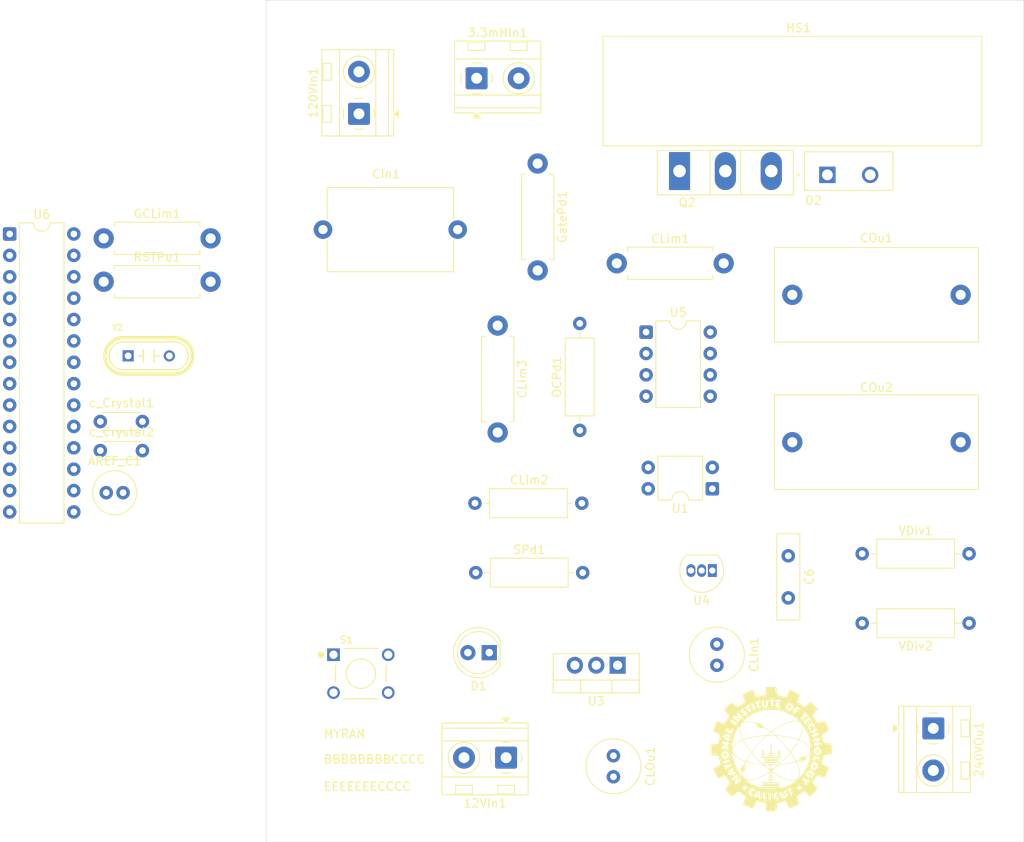
<source format=kicad_pcb>
(kicad_pcb (version 20241229) (generator "pcbnew") (generator_version "9.0")
  (layers (0 "F.Cu" signal) (2 "B.Cu" signal) (13 "F.Paste" user) (15 "B.Paste" user) (5 "F.SilkS" user "F.Silkscreen") (7 "B.SilkS" user "B.Silkscreen") (1 "F.Mask" user) (3 "B.Mask" user) (25 "Edge.Cuts" user))
  (net 0 "")
  (net 1 "Net-(U4-K)")
  (net 2 "Net-(D1-A)")
  (net 3 "Net-(D1-K)")
  (net 4 "Net-(U6-AREF)")
  (net 5 "Net-(U5-INPUT)")
  (net 6 "Net-(U6-PB1)")
  (net 7 "Net-(U6-PD6)")
  (net 8 "Net-(U6-PC6{slash}~{RESET})")
  (net 9 "Net-(U6-PB0)")
  (net 20 "Net-(Q2-G)")
  (net 21 "Net-(U4-REF)")
  (net 22 "Net-(U3-VO)")
  (net 23 "Net-(120VIn1-Pin_1)")
  (net 24 "Net-(3.3mHIn1-Pin_2)")
  (net 25 "Net-(12VIn1-Pin_1)")
  (net 26 "Net-(12VIn1-Pin_2)")
  (net 27 "Net-(120VIn1-Pin_2)")
  (net 28 "Net-(240VOu1-Pin_1)")
  (net 29 "Net-(CLim1-Pad1)")
  (net 30 "Net-(CLim2-Pad2)")
  (net 38 "Net-(U6-PB6{slash}XTAL1)")
  (net 39 "Net-(U6-PB7{slash}XTAL2)")
  (footprint "Library:Heatsink_45x15mm_2xFixation3mm" (layer "F.Cu") (at 103 58.797)
    (property "Reference" "HS1" (at 23.25 -14 0) (layer "F.SilkS"))
    (property "Value" "Heatsink_Pad")
    (pad "" np_thru_hole circle (at 5.5 -7) (size 3 3) (drill 3.0988) (layers "*.Cu" "*.Mask"))
    (pad "" np_thru_hole circle (at 39.5 -7) (size 3 3) (drill 3.0988) (layers "*.Cu" "*.Mask"))
  )
  (footprint "MUR860:TO508P1050X476X2020-2" (layer "F.Cu") (at 132.21 61.797)
    (property "Reference" "D2" (at -4.21 3.5 0) (layer "F.SilkS"))
    (property "Value" "MUR860")
    (pad "1" thru_hole rect (at -2.54 0.453) (size 1.94 1.94) (drill 1.29) (layers "*.Cu" "*.Mask") (net 28 "Net-(240VOu1-Pin_1)"))
    (pad "3" thru_hole circle (at 2.54 0.453) (size 1.94 1.94) (drill 1.29) (layers "*.Cu" "*.Mask") (net 24 "Net-(3.3mHIn1-Pin_2)"))
  )
  (footprint "Package_TO_SOT_THT:TO-220-3_Vertical" (layer "F.Cu") (at 104.75 120.5 180)
    (property "Reference" "U3" (at 2.54 -4.27 0) (layer "F.SilkS"))
    (property "Value" "LM7805_TO220")
    (pad "1" thru_hole rect (at 0 0 180) (size 1.905 2) (drill 1.1) (layers "*.Cu" "*.Mask") (net 25 "Net-(12VIn1-Pin_1)"))
    (pad "2" thru_hole oval (at 2.54 0 180) (size 1.905 2) (drill 1.1) (layers "*.Cu" "*.Mask") (net 26 "Net-(12VIn1-Pin_2)"))
    (pad "3" thru_hole oval (at 5.08 0 180) (size 1.905 2) (drill 1.1) (layers "*.Cu" "*.Mask") (net 22 "Net-(U3-VO)"))
  )
  (footprint "Capacitor_THT:C_Radial_D6.3mm_H5.0mm_P2.50mm" (layer "F.Cu") (at 116.54 118 -90)
    (property "Reference" "CLIn1" (at 1.25 -4.4 90) (layer "F.SilkS"))
    (property "Value" "10uF")
    (pad "1" thru_hole circle (at 0 0 270) (size 1.6 1.6) (drill 0.8) (layers "*.Cu" "*.Mask") (net 25 "Net-(12VIn1-Pin_1)"))
    (pad "2" thru_hole circle (at 2.5 0 270) (size 1.6 1.6) (drill 0.8) (layers "*.Cu" "*.Mask") (net 26 "Net-(12VIn1-Pin_2)"))
  )
  (footprint "Capacitor_THT:C_Disc_D4.3mm_W1.9mm_P5.00mm" (layer "F.Cu") (at 43.3 91.55)
    (property "Reference" "c_Crystal1" (at 2.5 -2.2 0) (layer "F.SilkS"))
    (property "Value" "C")
    (pad "1" thru_hole circle (at 0 0) (size 1.6 1.6) (drill 0.8) (layers "*.Cu" "*.Mask") (net 26 "Net-(12VIn1-Pin_2)"))
    (pad "2" thru_hole circle (at 5 0) (size 1.6 1.6) (drill 0.8) (layers "*.Cu" "*.Mask") (net 38 "Net-(U6-PB6{slash}XTAL1)"))
  )
  (footprint "Library:C_Rect_L15mm_W10mm_P16.00mm_MKT" (layer "F.Cu") (at 69.75 68.75)
    (property "Reference" "CIn1" (at 7.5 -6.6 0) (layer "F.SilkS"))
    (property "Value" "1.5uF")
    (pad "1" thru_hole circle (at 0 0) (size 2.2 2.2) (drill 1.1) (layers "*.Cu" "*.Mask") (net 23 "Net-(120VIn1-Pin_1)"))
    (pad "2" thru_hole circle (at 16 0) (size 2.2 2.2) (drill 1.1) (layers "*.Cu" "*.Mask") (net 27 "Net-(120VIn1-Pin_2)"))
  )
  (footprint "TerminalBlock_MetzConnect:TerminalBlock_MetzConnect_Type094_RT03502HBLU_1x02_P5.00mm_Horizontal" (layer "F.Cu") (at 88 50.7725)
    (property "Reference" "3.3mHIn1" (at 2.5 -5.42 0) (layer "F.SilkS"))
    (property "Value" "J2")
    (pad "1" thru_hole roundrect (at 0 0) (size 2.6 2.6) (drill 1.3) (layers "*.Cu" "*.Mask") (roundrect_rratio 0.096154) (net 23 "Net-(120VIn1-Pin_1)"))
    (pad "2" thru_hole circle (at 5 0) (size 2.6 2.6) (drill 1.3) (layers "*.Cu" "*.Mask") (net 24 "Net-(3.3mHIn1-Pin_2)"))
  )
  (footprint "Resistor_THT:R_Axial_DIN0411_L9.9mm_D3.6mm_P12.70mm_Horizontal" (layer "F.Cu") (at 90.5 80.15 -90)
    (property "Reference" "CLim3" (at 6.35 -2.92 90) (layer "F.SilkS"))
    (property "Value" "1K")
    (pad "1" thru_hole circle (at 0 0 270) (size 2.4 2.4) (drill 1.2) (layers "*.Cu" "*.Mask") (net 3 "Net-(D1-K)"))
    (pad "2" thru_hole oval (at 12.7 0 270) (size 2.4 2.4) (drill 1.2) (layers "*.Cu" "*.Mask") (net 26 "Net-(12VIn1-Pin_2)"))
  )
  (footprint "TerminalBlock_MetzConnect:TerminalBlock_MetzConnect_Type094_RT03502HBLU_1x02_P5.00mm_Horizontal" (layer "F.Cu") (at 91.5 131.4775 180)
    (property "Reference" "12VIn1" (at 2.5 -5.42 0) (layer "F.SilkS"))
    (property "Value" "J4")
    (pad "1" thru_hole roundrect (at 0 0 180) (size 2.6 2.6) (drill 1.3) (layers "*.Cu" "*.Mask") (roundrect_rratio 0.096154) (net 25 "Net-(12VIn1-Pin_1)"))
    (pad "2" thru_hole circle (at 5 0 180) (size 2.6 2.6) (drill 1.3) (layers "*.Cu" "*.Mask") (net 26 "Net-(12VIn1-Pin_2)"))
  )
  (footprint "Package_TO_SOT_THT:TO-247-3_Vertical" (layer "F.Cu") (at 112.1 61.797)
    (property "Reference" "Q2" (at 0.9 3.75 0) (layer "F.SilkS"))
    (property "Value" "IRFP450")
    (pad "1" thru_hole rect (at 0 0) (size 2.5 4.5) (drill 1.5) (layers "*.Cu" "*.Mask") (net 20 "Net-(Q2-G)"))
    (pad "2" thru_hole oval (at 5.45 0) (size 2.5 4.5) (drill 1.5) (layers "*.Cu" "*.Mask") (net 24 "Net-(3.3mHIn1-Pin_2)"))
    (pad "3" thru_hole oval (at 10.9 0) (size 2.5 4.5) (drill 1.5) (layers "*.Cu" "*.Mask") (net 27 "Net-(120VIn1-Pin_2)"))
  )
  (footprint "Library:nitc_logo" (layer "F.Cu") (at 123 130.25)
    (property "Reference" "G***" (hide yes))
    (property "Value" "LOGO" (hide yes))
  )
  (footprint "Resistor_THT:R_Axial_DIN0411_L9.9mm_D3.6mm_P12.70mm_Horizontal" (layer "F.Cu") (at 43.7 69.79)
    (property "Reference" "GCLim1" (at 6.35 -2.92 0) (layer "F.SilkS"))
    (property "Value" "10")
    (pad "1" thru_hole circle (at 0 0) (size 2.4 2.4) (drill 1.2) (layers "*.Cu" "*.Mask") (net 5 "Net-(U5-INPUT)"))
    (pad "2" thru_hole oval (at 12.7 0) (size 2.4 2.4) (drill 1.2) (layers "*.Cu" "*.Mask") (net 6 "Net-(U6-PB1)"))
  )
  (footprint "Package_TO_SOT_THT:TO-92_Inline" (layer "F.Cu") (at 116 109.25 180)
    (property "Reference" "U4" (at 1.27 -3.56 0) (layer "F.SilkS"))
    (property "Value" "TL431LP")
    (pad "1" thru_hole rect (at 0 0 180) (size 1.05 1.5) (drill 0.75) (layers "*.Cu" "*.Mask") (net 21 "Net-(U4-REF)"))
    (pad "2" thru_hole oval (at 1.27 0 180) (size 1.05 1.5) (drill 0.75) (layers "*.Cu" "*.Mask") (net 27 "Net-(120VIn1-Pin_2)"))
    (pad "3" thru_hole oval (at 2.54 0 180) (size 1.05 1.5) (drill 0.75) (layers "*.Cu" "*.Mask") (net 1 "Net-(U4-K)"))
  )
  (footprint "Capacitor_THT:C_Disc_D10.0mm_W2.5mm_P5.00mm" (layer "F.Cu") (at 125.02 107.5 -90)
    (property "Reference" "C6" (at 2.5 -2.5 90) (layer "F.SilkS"))
    (property "Value" "100nF")
    (pad "1" thru_hole circle (at 0 0 270) (size 1.6 1.6) (drill 0.8) (layers "*.Cu" "*.Mask") (net 1 "Net-(U4-K)"))
    (pad "2" thru_hole circle (at 5 0 270) (size 1.6 1.6) (drill 0.8) (layers "*.Cu" "*.Mask") (net 21 "Net-(U4-REF)"))
  )
  (footprint "Library:C_Rect_L22.0mm_W10.0mm_P20.00mm_MKS4" (layer "F.Cu") (at 125.5 76.5)
    (property "Reference" "COu1" (at 10 -6.75 0) (layer "F.SilkS"))
    (property "Value" "2.2uF")
    (pad "1" thru_hole circle (at 0 0) (size 2.4 2.4) (drill 1.2) (layers "*.Cu" "*.Mask") (net 28 "Net-(240VOu1-Pin_1)"))
    (pad "2" thru_hole circle (at 20 0) (size 2.4 2.4) (drill 1.2) (layers "*.Cu" "*.Mask") (net 27 "Net-(120VIn1-Pin_2)"))
  )
  (footprint "Package_DIP:DIP-4_W7.62mm" (layer "F.Cu") (at 116 99.54 180)
    (property "Reference" "U1" (at 3.81 -2.33 0) (layer "F.SilkS"))
    (property "Value" "PC817")
    (pad "1" thru_hole roundrect (at 0 0 180) (size 1.6 1.6) (drill 0.8) (layers "*.Cu" "*.Mask") (roundrect_rratio 0.15625) (net 30 "Net-(CLim2-Pad2)"))
    (pad "2" thru_hole circle (at 0 2.54 180) (size 1.6 1.6) (drill 0.8) (layers "*.Cu" "*.Mask") (net 1 "Net-(U4-K)"))
    (pad "3" thru_hole circle (at 7.62 2.54 180) (size 1.6 1.6) (drill 0.8) (layers "*.Cu" "*.Mask") (net 7 "Net-(U6-PD6)"))
    (pad "4" thru_hole circle (at 7.62 0 180) (size 1.6 1.6) (drill 0.8) (layers "*.Cu" "*.Mask") (net 22 "Net-(U3-VO)"))
  )
  (footprint "HC-49US_16.000MHZ:XTAL_HC-49US-16.000MHZ" (layer "F.Cu") (at 49.05 83.75)
    (property "Reference" "Y2" (at -3.7025 -3.3615 0) (layer "F.SilkS") (effects (font (size 0.7 0.7))))
    (property "Value" "HC-49US_16.000MHZ")
    (pad "1" thru_hole rect (at -2.45 0) (size 1.3208 1.3208) (drill 0.8128) (layers "*.Cu" "*.Mask") (net 39 "Net-(U6-PB7{slash}XTAL2)"))
    (pad "2" thru_hole circle (at 2.45 0) (size 1.3208 1.3208) (drill 0.8128) (layers "*.Cu" "*.Mask") (net 38 "Net-(U6-PB6{slash}XTAL1)"))
  )
  (footprint "Capacitor_THT:C_Radial_D5.0mm_H11.0mm_P2.00mm" (layer "F.Cu") (at 44 100)
    (property "Reference" "AREF_C1" (at 1 -3.75 0) (layer "F.SilkS"))
    (property "Value" "C")
    (pad "1" thru_hole circle (at 0 0) (size 1.6 1.6) (drill 0.8) (layers "*.Cu" "*.Mask") (net 26 "Net-(12VIn1-Pin_2)"))
    (pad "2" thru_hole circle (at 2 0) (size 1.6 1.6) (drill 0.8) (layers "*.Cu" "*.Mask") (net 4 "Net-(U6-AREF)"))
  )
  (footprint "Resistor_THT:R_Axial_DIN0309_L9.0mm_D3.2mm_P12.70mm_Horizontal" (layer "F.Cu") (at 87.9 109.5)
    (property "Reference" "SPd1" (at 6.35 -2.72 0) (layer "F.SilkS"))
    (property "Value" "10K")
    (pad "1" thru_hole circle (at 0 0) (size 1.6 1.6) (drill 0.8) (layers "*.Cu" "*.Mask") (net 22 "Net-(U3-VO)"))
    (pad "2" thru_hole oval (at 12.7 0) (size 1.6 1.6) (drill 0.8) (layers "*.Cu" "*.Mask") (net 9 "Net-(U6-PB0)"))
  )
  (footprint "Resistor_THT:R_Axial_DIN0411_L9.9mm_D3.6mm_P12.70mm_Horizontal" (layer "F.Cu") (at 95.25 60.9 -90)
    (property "Reference" "GatePd1" (at 6.35 -2.92 90) (layer "F.SilkS"))
    (property "Value" "10K")
    (pad "1" thru_hole circle (at 0 0 270) (size 2.4 2.4) (drill 1.2) (layers "*.Cu" "*.Mask") (net 20 "Net-(Q2-G)"))
    (pad "2" thru_hole oval (at 12.7 0 270) (size 2.4 2.4) (drill 1.2) (layers "*.Cu" "*.Mask") (net 27 "Net-(120VIn1-Pin_2)"))
  )
  (footprint "Package_DIP:DIP-28_W7.62mm" (layer "F.Cu") (at 32.53 69.27)
    (property "Reference" "U6" (at 3.81 -2.33 0) (layer "F.SilkS"))
    (property "Value" "ATmega8A-P")
    (pad "1" thru_hole roundrect (at 0 0) (size 1.6 1.6) (drill 0.8) (layers "*.Cu" "*.Mask") (roundrect_rratio 0.15625) (net 8 "Net-(U6-PC6{slash}~{RESET})"))
    (pad "2" thru_hole circle (at 0 2.54) (size 1.6 1.6) (drill 0.8) (layers "*.Cu" "*.Mask"))
    (pad "3" thru_hole circle (at 0 5.08) (size 1.6 1.6) (drill 0.8) (layers "*.Cu" "*.Mask"))
    (pad "4" thru_hole circle (at 0 7.62) (size 1.6 1.6) (drill 0.8) (layers "*.Cu" "*.Mask"))
    (pad "5" thru_hole circle (at 0 10.16) (size 1.6 1.6) (drill 0.8) (layers "*.Cu" "*.Mask") (net 2 "Net-(D1-A)"))
    (pad "6" thru_hole circle (at 0 12.7) (size 1.6 1.6) (drill 0.8) (layers "*.Cu" "*.Mask"))
    (pad "7" thru_hole circle (at 0 15.24) (size 1.6 1.6) (drill 0.8) (layers "*.Cu" "*.Mask") (net 22 "Net-(U3-VO)"))
    (pad "8" thru_hole circle (at 0 17.78) (size 1.6 1.6) (drill 0.8) (layers "*.Cu" "*.Mask") (net 26 "Net-(12VIn1-Pin_2)"))
    (pad "9" thru_hole circle (at 0 20.32) (size 1.6 1.6) (drill 0.8) (layers "*.Cu" "*.Mask") (net 38 "Net-(U6-PB6{slash}XTAL1)"))
    (pad "10" thru_hole circle (at 0 22.86) (size 1.6 1.6) (drill 0.8) (layers "*.Cu" "*.Mask") (net 39 "Net-(U6-PB7{slash}XTAL2)"))
    (pad "11" thru_hole circle (at 0 25.4) (size 1.6 1.6) (drill 0.8) (layers "*.Cu" "*.Mask"))
    (pad "12" thru_hole circle (at 0 27.94) (size 1.6 1.6) (drill 0.8) (layers "*.Cu" "*.Mask") (net 7 "Net-(U6-PD6)"))
    (pad "13" thru_hole circle (at 0 30.48) (size 1.6 1.6) (drill 0.8) (layers "*.Cu" "*.Mask"))
    (pad "14" thru_hole circle (at 0 33.02) (size 1.6 1.6) (drill 0.8) (layers "*.Cu" "*.Mask") (net 9 "Net-(U6-PB0)"))
    (pad "15" thru_hole circle (at 7.62 33.02) (size 1.6 1.6) (drill 0.8) (layers "*.Cu" "*.Mask") (net 6 "Net-(U6-PB1)"))
    (pad "16" thru_hole circle (at 7.62 30.48) (size 1.6 1.6) (drill 0.8) (layers "*.Cu" "*.Mask"))
    (pad "17" thru_hole circle (at 7.62 27.94) (size 1.6 1.6) (drill 0.8) (layers "*.Cu" "*.Mask"))
    (pad "18" thru_hole circle (at 7.62 25.4) (size 1.6 1.6) (drill 0.8) (layers "*.Cu" "*.Mask"))
    (pad "19" thru_hole circle (at 7.62 22.86) (size 1.6 1.6) (drill 0.8) (layers "*.Cu" "*.Mask"))
    (pad "20" thru_hole circle (at 7.62 20.32) (size 1.6 1.6) (drill 0.8) (layers "*.Cu" "*.Mask") (net 22 "Net-(U3-VO)"))
    (pad "21" thru_hole circle (at 7.62 17.78) (size 1.6 1.6) (drill 0.8) (layers "*.Cu" "*.Mask") (net 4 "Net-(U6-AREF)"))
    (pad "22" thru_hole circle (at 7.62 15.24) (size 1.6 1.6) (drill 0.8) (layers "*.Cu" "*.Mask") (net 26 "Net-(12VIn1-Pin_2)"))
    (pad "23" thru_hole circle (at 7.62 12.7) (size 1.6 1.6) (drill 0.8) (layers "*.Cu" "*.Mask"))
    (pad "24" thru_hole circle (at 7.62 10.16) (size 1.6 1.6) (drill 0.8) (layers "*.Cu" "*.Mask"))
    (pad "25" thru_hole circle (at 7.62 7.62) (size 1.6 1.6) (drill 0.8) (layers "*.Cu" "*.Mask"))
    (pad "26" thru_hole circle (at 7.62 5.08) (size 1.6 1.6) (drill 0.8) (layers "*.Cu" "*.Mask"))
    (pad "27" thru_hole circle (at 7.62 2.54) (size 1.6 1.6) (drill 0.8) (layers "*.Cu" "*.Mask"))
    (pad "28" thru_hole circle (at 7.62 0) (size 1.6 1.6) (drill 0.8) (layers "*.Cu" "*.Mask"))
  )
  (footprint "Resistor_THT:R_Axial_DIN0411_L9.9mm_D3.6mm_P12.70mm_Horizontal" (layer "F.Cu") (at 43.7 74.94)
    (property "Reference" "RSTPu1" (at 6.35 -2.92 0) (layer "F.SilkS"))
    (property "Value" "100K")
    (pad "1" thru_hole circle (at 0 0) (size 2.4 2.4) (drill 1.2) (layers "*.Cu" "*.Mask") (net 8 "Net-(U6-PC6{slash}~{RESET})"))
    (pad "2" thru_hole oval (at 12.7 0) (size 2.4 2.4) (drill 1.2) (layers "*.Cu" "*.Mask") (net 22 "Net-(U3-VO)"))
  )
  (footprint "FSM8JH:SW_FSM8JH" (layer "F.Cu") (at 74.25 121.5)
    (property "Reference" "S1" (at -1.71258 -4.01401 0) (layer "F.SilkS") (effects (font (size 0.801197 0.801197))))
    (property "Value" "FSM8JH")
    (pad "1" thru_hole rect (at -3.25 -2.25) (size 1.498 1.498) (drill 0.99) (layers "*.Cu" "*.Mask") (net 9 "Net-(U6-PB0)"))
    (pad "2" thru_hole circle (at -3.25 2.25) (size 1.498 1.498) (drill 0.99) (layers "*.Cu" "*.Mask") (net 9 "Net-(U6-PB0)"))
    (pad "3" thru_hole circle (at 3.25 -2.25) (size 1.498 1.498) (drill 0.99) (layers "*.Cu" "*.Mask") (net 26 "Net-(12VIn1-Pin_2)"))
    (pad "4" thru_hole circle (at 3.25 2.25) (size 1.498 1.498) (drill 0.99) (layers "*.Cu" "*.Mask") (net 26 "Net-(12VIn1-Pin_2)"))
  )
  (footprint "Resistor_THT:R_Axial_DIN0309_L9.0mm_D3.2mm_P12.70mm_Horizontal" (layer "F.Cu") (at 133.8 107.25)
    (property "Reference" "VDiv1" (at 6.35 -2.72 0) (layer "F.SilkS"))
    (property "Value" "940K")
    (pad "1" thru_hole circle (at 0 0) (size 1.6 1.6) (drill 0.8) (layers "*.Cu" "*.Mask") (net 28 "Net-(240VOu1-Pin_1)"))
    (pad "2" thru_hole oval (at 12.7 0) (size 1.6 1.6) (drill 0.8) (layers "*.Cu" "*.Mask") (net 21 "Net-(U4-REF)"))
  )
  (footprint "Capacitor_THT:C_Radial_D6.3mm_H5.0mm_P2.50mm" (layer "F.Cu") (at 104.25 131.25 -90)
    (property "Reference" "CLOu1" (at 1.25 -4.4 90) (layer "F.SilkS"))
    (property "Value" "10uF")
    (pad "1" thru_hole circle (at 0 0 270) (size 1.6 1.6) (drill 0.8) (layers "*.Cu" "*.Mask") (net 22 "Net-(U3-VO)"))
    (pad "2" thru_hole circle (at 2.5 0 270) (size 1.6 1.6) (drill 0.8) (layers "*.Cu" "*.Mask") (net 26 "Net-(12VIn1-Pin_2)"))
  )
  (footprint "Resistor_THT:R_Axial_DIN0309_L9.0mm_D3.2mm_P12.70mm_Horizontal" (layer "F.Cu") (at 100.5 101.25 180)
    (property "Reference" "CLim2" (at 6.25 2.75 0) (layer "F.SilkS"))
    (property "Value" "500")
    (pad "1" thru_hole circle (at 0 0 180) (size 1.6 1.6) (drill 0.8) (layers "*.Cu" "*.Mask") (net 22 "Net-(U3-VO)"))
    (pad "2" thru_hole oval (at 12.7 0 180) (size 1.6 1.6) (drill 0.8) (layers "*.Cu" "*.Mask") (net 30 "Net-(CLim2-Pad2)"))
  )
  (footprint "Library:C_Rect_L22.0mm_W10.0mm_P20.00mm_MKS4" (layer "F.Cu") (at 125.5 94)
    (property "Reference" "COu2" (at 10 -6.5 0) (layer "F.SilkS"))
    (property "Value" "2.2uF")
    (pad "1" thru_hole circle (at 0 0) (size 2.4 2.4) (drill 1.2) (layers "*.Cu" "*.Mask") (net 28 "Net-(240VOu1-Pin_1)"))
    (pad "2" thru_hole circle (at 20 0) (size 2.4 2.4) (drill 1.2) (layers "*.Cu" "*.Mask") (net 27 "Net-(120VIn1-Pin_2)"))
  )
  (footprint "TerminalBlock_MetzConnect:TerminalBlock_MetzConnect_Type094_RT03502HBLU_1x02_P5.00mm_Horizontal" (layer "F.Cu") (at 74.0225 55 90)
    (property "Reference" "120VIn1" (at 2.5 -5.42 90) (layer "F.SilkS"))
    (property "Value" "J1")
    (pad "1" thru_hole roundrect (at 0 0 90) (size 2.6 2.6) (drill 1.3) (layers "*.Cu" "*.Mask") (roundrect_rratio 0.096154) (net 23 "Net-(120VIn1-Pin_1)"))
    (pad "2" thru_hole circle (at 5 0 90) (size 2.6 2.6) (drill 1.3) (layers "*.Cu" "*.Mask") (net 27 "Net-(120VIn1-Pin_2)"))
  )
  (footprint "Resistor_THT:R_Axial_DIN0309_L9.0mm_D3.2mm_P12.70mm_Horizontal" (layer "F.Cu") (at 100.25 92.6 90)
    (property "Reference" "OCPd1" (at 6.35 -2.72 90) (layer "F.SilkS"))
    (property "Value" "10K")
    (pad "1" thru_hole circle (at 0 0 90) (size 1.6 1.6) (drill 0.8) (layers "*.Cu" "*.Mask") (net 7 "Net-(U6-PD6)"))
    (pad "2" thru_hole oval (at 12.7 0 90) (size 1.6 1.6) (drill 0.8) (layers "*.Cu" "*.Mask") (net 26 "Net-(12VIn1-Pin_2)"))
  )
  (footprint "LED_THT:LED_D5.0mm" (layer "F.Cu") (at 89.5 119 180)
    (property "Reference" "D1" (at 1.27 -3.96 0) (layer "F.SilkS"))
    (property "Value" "LED")
    (pad "1" thru_hole rect (at 0 0 180) (size 1.8 1.8) (drill 0.9) (layers "*.Cu" "*.Mask") (net 3 "Net-(D1-K)"))
    (pad "2" thru_hole circle (at 2.54 0 180) (size 1.8 1.8) (drill 0.9) (layers "*.Cu" "*.Mask") (net 2 "Net-(D1-A)"))
  )
  (footprint "TerminalBlock_MetzConnect:TerminalBlock_MetzConnect_Type094_RT03502HBLU_1x02_P5.00mm_Horizontal" (layer "F.Cu") (at 142.25 128 -90)
    (property "Reference" "240VOu1" (at 2.5 -5.42 90) (layer "F.SilkS"))
    (property "Value" "J3")
    (pad "1" thru_hole roundrect (at 0 0 270) (size 2.6 2.6) (drill 1.3) (layers "*.Cu" "*.Mask") (roundrect_rratio 0.096154) (net 28 "Net-(240VOu1-Pin_1)"))
    (pad "2" thru_hole circle (at 5 0 270) (size 2.6 2.6) (drill 1.3) (layers "*.Cu" "*.Mask") (net 27 "Net-(120VIn1-Pin_2)"))
  )
  (footprint "Package_DIP:DIP-8_W7.62mm" (layer "F.Cu") (at 108.13 80.925)
    (property "Reference" "U5" (at 3.81 -2.33 0) (layer "F.SilkS"))
    (property "Value" "TC4420")
    (pad "1" thru_hole roundrect (at 0 0) (size 1.6 1.6) (drill 0.8) (layers "*.Cu" "*.Mask") (roundrect_rratio 0.15625) (net 25 "Net-(12VIn1-Pin_1)"))
    (pad "2" thru_hole circle (at 0 2.54) (size 1.6 1.6) (drill 0.8) (layers "*.Cu" "*.Mask") (net 5 "Net-(U5-INPUT)"))
    (pad "3" thru_hole circle (at 0 5.08) (size 1.6 1.6) (drill 0.8) (layers "*.Cu" "*.Mask"))
    (pad "4" thru_hole circle (at 0 7.62) (size 1.6 1.6) (drill 0.8) (layers "*.Cu" "*.Mask") (net 26 "Net-(12VIn1-Pin_2)"))
    (pad "5" thru_hole circle (at 7.62 7.62) (size 1.6 1.6) (drill 0.8) (layers "*.Cu" "*.Mask") (net 26 "Net-(12VIn1-Pin_2)"))
    (pad "6" thru_hole circle (at 7.62 5.08) (size 1.6 1.6) (drill 0.8) (layers "*.Cu" "*.Mask") (net 29 "Net-(CLim1-Pad1)"))
    (pad "7" thru_hole circle (at 7.62 2.54) (size 1.6 1.6) (drill 0.8) (layers "*.Cu" "*.Mask") (net 29 "Net-(CLim1-Pad1)"))
    (pad "8" thru_hole circle (at 7.62 0) (size 1.6 1.6) (drill 0.8) (layers "*.Cu" "*.Mask") (net 25 "Net-(12VIn1-Pin_1)"))
  )
  (footprint "Capacitor_THT:C_Disc_D4.3mm_W1.9mm_P5.00mm" (layer "F.Cu") (at 43.3 95)
    (property "Reference" "c_Crystal2" (at 2.5 -2.2 0) (layer "F.SilkS"))
    (property "Value" "C")
    (pad "1" thru_hole circle (at 0 0) (size 1.6 1.6) (drill 0.8) (layers "*.Cu" "*.Mask") (net 26 "Net-(12VIn1-Pin_2)"))
    (pad "2" thru_hole circle (at 5 0) (size 1.6 1.6) (drill 0.8) (layers "*.Cu" "*.Mask") (net 39 "Net-(U6-PB7{slash}XTAL2)"))
  )
  (footprint "Resistor_THT:R_Axial_DIN0411_L9.9mm_D3.6mm_P12.70mm_Horizontal" (layer "F.Cu") (at 104.65 72.75)
    (property "Reference" "CLim1" (at 6.35 -2.92 0) (layer "F.SilkS"))
    (property "Value" "10")
    (pad "1" thru_hole circle (at 0 0) (size 2.4 2.4) (drill 1.2) (layers "*.Cu" "*.Mask") (net 29 "Net-(CLim1-Pad1)"))
    (pad "2" thru_hole oval (at 12.7 0) (size 2.4 2.4) (drill 1.2) (layers "*.Cu" "*.Mask") (net 20 "Net-(Q2-G)"))
  )
  (footprint "Resistor_THT:R_Axial_DIN0309_L9.0mm_D3.2mm_P12.70mm_Horizontal" (layer "F.Cu") (at 146.5 115.5 180)
    (property "Reference" "VDiv2" (at 6.35 -2.72 0) (layer "F.SilkS"))
    (property "Value" "10K")
    (pad "1" thru_hole circle (at 0 0 180) (size 1.6 1.6) (drill 0.8) (layers "*.Cu" "*.Mask") (net 21 "Net-(U4-REF)"))
    (pad "2" thru_hole oval (at 12.7 0 180) (size 1.6 1.6) (drill 0.8) (layers "*.Cu" "*.Mask") (net 27 "Net-(120VIn1-Pin_2)"))
  )
  (gr_rect (start 63 41.5) (end 153 141.5) (stroke (width 0.05)) (fill no) (layer "Edge.Cuts"))
  (gr_text "MYRAN\n" (at 69.75 129.25 0) (layer "F.SilkS") (effects (font (size 1 1)) (justify left bottom)))
  (gr_text "BBBBBBBBCCCC" (at 69.75 132.25 0) (layer "F.SilkS") (effects (font (size 1 1)) (justify left bottom)))
  (gr_text "EEEEEEECCCC" (at 69.75 135.5 0) (layer "F.SilkS") (effects (font (size 1 1)) (justify left bottom)))
)
</source>
